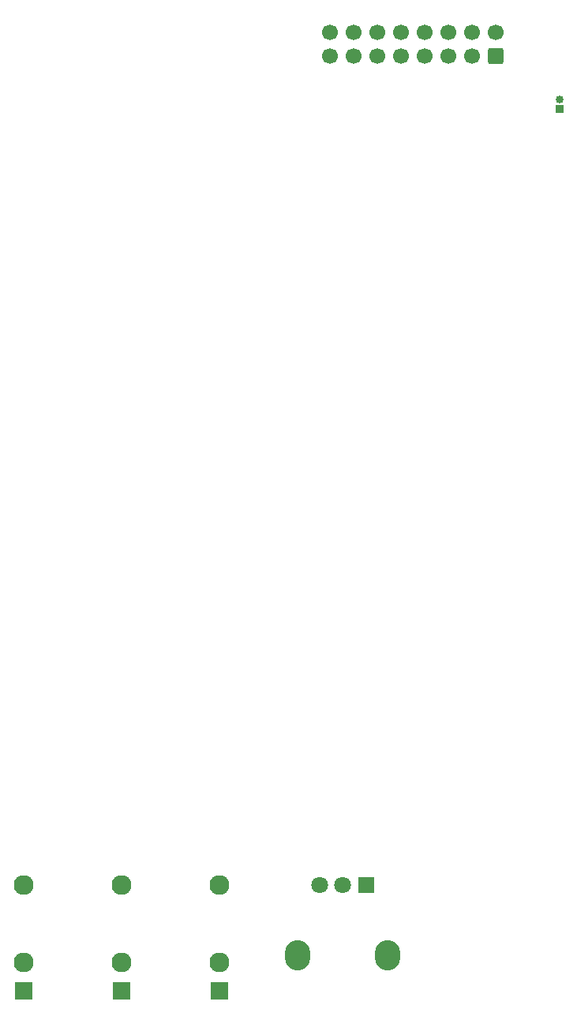
<source format=gbr>
%TF.GenerationSoftware,KiCad,Pcbnew,(7.0.0)*%
%TF.CreationDate,2023-03-26T07:24:26-07:00*%
%TF.ProjectId,wyw_extra,7779775f-6578-4747-9261-2e6b69636164,rev?*%
%TF.SameCoordinates,Original*%
%TF.FileFunction,Soldermask,Bot*%
%TF.FilePolarity,Negative*%
%FSLAX46Y46*%
G04 Gerber Fmt 4.6, Leading zero omitted, Abs format (unit mm)*
G04 Created by KiCad (PCBNEW (7.0.0)) date 2023-03-26 07:24:26*
%MOMM*%
%LPD*%
G01*
G04 APERTURE LIST*
G04 Aperture macros list*
%AMRoundRect*
0 Rectangle with rounded corners*
0 $1 Rounding radius*
0 $2 $3 $4 $5 $6 $7 $8 $9 X,Y pos of 4 corners*
0 Add a 4 corners polygon primitive as box body*
4,1,4,$2,$3,$4,$5,$6,$7,$8,$9,$2,$3,0*
0 Add four circle primitives for the rounded corners*
1,1,$1+$1,$2,$3*
1,1,$1+$1,$4,$5*
1,1,$1+$1,$6,$7*
1,1,$1+$1,$8,$9*
0 Add four rect primitives between the rounded corners*
20,1,$1+$1,$2,$3,$4,$5,0*
20,1,$1+$1,$4,$5,$6,$7,0*
20,1,$1+$1,$6,$7,$8,$9,0*
20,1,$1+$1,$8,$9,$2,$3,0*%
G04 Aperture macros list end*
%ADD10R,1.930000X1.830000*%
%ADD11C,2.130000*%
%ADD12R,0.850000X0.850000*%
%ADD13O,0.850000X0.850000*%
%ADD14O,2.720000X3.240000*%
%ADD15R,1.800000X1.800000*%
%ADD16C,1.800000*%
%ADD17RoundRect,0.250000X0.600000X-0.600000X0.600000X0.600000X-0.600000X0.600000X-0.600000X-0.600000X0*%
%ADD18C,1.700000*%
G04 APERTURE END LIST*
D10*
%TO.C,J9*%
X27249999Y-135849999D03*
D11*
X27250000Y-124450000D03*
X27250000Y-132750000D03*
%TD*%
D12*
%TO.C,J16*%
X84749999Y-41249999D03*
D13*
X84749999Y-40249999D03*
%TD*%
D14*
%TO.C,RV1*%
X66259999Y-131974999D03*
X56659999Y-131974999D03*
D15*
X63959999Y-124474999D03*
D16*
X61460000Y-124475000D03*
X58960000Y-124475000D03*
%TD*%
D10*
%TO.C,J10*%
X48249999Y-135849999D03*
D11*
X48250000Y-124450000D03*
X48250000Y-132750000D03*
%TD*%
D10*
%TO.C,J3*%
X37749999Y-135849999D03*
D11*
X37750000Y-124450000D03*
X37750000Y-132750000D03*
%TD*%
D17*
%TO.C,J1*%
X77870000Y-35540000D03*
D18*
X77870000Y-33000000D03*
X75330000Y-35540000D03*
X75330000Y-33000000D03*
X72790000Y-35540000D03*
X72790000Y-33000000D03*
X70250000Y-35540000D03*
X70250000Y-33000000D03*
X67710000Y-35540000D03*
X67710000Y-33000000D03*
X65170000Y-35540000D03*
X65170000Y-33000000D03*
X62630000Y-35540000D03*
X62630000Y-33000000D03*
X60090000Y-35540000D03*
X60090000Y-33000000D03*
%TD*%
M02*

</source>
